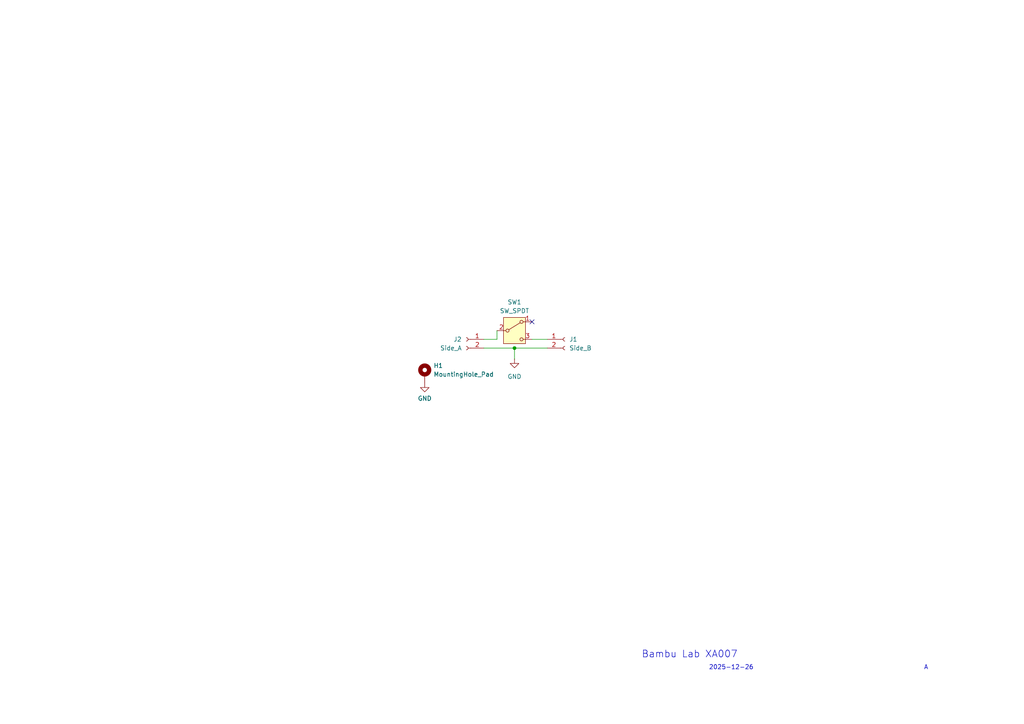
<source format=kicad_sch>
(kicad_sch (version 20250114) (generator "eeschema") (generator_version "9.0")
  (paper "A4")
  (lib_symbols
    (symbol "Connector:Conn_01x02_Socket" (pin_names (offset 1.016) (hide yes))
      (property "Reference" "J" (at 0 2.54 0))
      (property "Value" "Conn_01x02_Socket" (at 0 -5.08 0))
      (symbol "Conn_01x02_Socket_1_1"
        (polyline (pts (xy -1.27 0) (xy -0.508 0)) (stroke (width 0.1524)))
        (polyline (pts (xy -1.27 -2.54) (xy -0.508 -2.54)) (stroke (width 0.1524)))
        (arc (start 0 -0.508) (mid -0.5058 0) (end 0 0.508) (stroke (width 0.1524)))
        (arc (start 0 -3.048) (mid -0.5058 -2.54) (end 0 -2.032) (stroke (width 0.1524)))
        (pin passive line (at -5.08 0 0) (length 3.81) (name "Pin_1") (number "1"))
        (pin passive line (at -5.08 -2.54 0) (length 3.81) (name "Pin_2") (number "2"))
      )
    )
    (symbol "Mechanical:MountingHole_Pad" (pin_numbers (hide yes)) (pin_names (offset 1.016) (hide yes)) (in_bom no)
      (property "Reference" "H" (at 0 6.35 0))
      (property "Value" "MountingHole_Pad" (at 0 4.445 0))
      (symbol "MountingHole_Pad_0_1"
        (circle (center 0 1.27) (radius 1.27) (stroke (width 1.27)))
      )
      (symbol "MountingHole_Pad_1_1"
        (pin input line (at 0 -2.54 90) (length 2.54) (name "1") (number "1"))
      )
    )
    (symbol "Switch:SW_SPDT" (pin_names (offset 0) (hide yes))
      (property "Reference" "SW" (at 0 5.08 0))
      (property "Value" "SW_SPDT" (at 0 -5.08 0))
      (symbol "SW_SPDT_0_1"
        (circle (center -2.032 0) (radius 0.4572))
        (polyline (pts (xy -1.651 0.254) (xy 1.651 2.286)))
        (circle (center 2.032 2.54) (radius 0.4572))
        (circle (center 2.032 -2.54) (radius 0.4572))
      )
      (symbol "SW_SPDT_1_1"
        (rectangle (start -3.175 3.81) (end 3.175 -3.81) (fill (type background)))
        (pin passive line (at -5.08 0 0) (length 2.54) (name "B") (number "2"))
        (pin passive line (at 5.08 2.54 180) (length 2.54) (name "A") (number "1"))
        (pin passive line (at 5.08 -2.54 180) (length 2.54) (name "C") (number "3"))
      )
    )
    (symbol "power:GND" (power) (pin_numbers (hide yes)) (pin_names (offset 0) (hide yes))
      (property "Value" "GND" (at 0 -3.81 0))
      (symbol "GND_0_1"
        (polyline (pts (xy 0 0) (xy 0 -1.27) (xy 1.27 -1.27) (xy 0 -2.54) (xy -1.27 -1.27) (xy 0 -1.27)))
      )
      (symbol "GND_1_1"
        (pin power_in line (at 0 0 270) (length 0) (name "~") (number "1"))
      )
    )
  )
  (text "2025-12-26" (at 212.09 193.675 0) (effects (font (size 1.27 1.27))))
  (text "Bambu Lab XA007" (at 200.025 189.865 0) (effects (font (size 2 2))))
  (text "A" (at 268.605 193.675 0) (effects (font (size 1.27 1.27))))
  (junction (at 149.225 100.965))
  (no_connect (at 154.305 93.345))
  (wire (pts (xy 154.305 98.425) (xy 158.75 98.425)))
  (wire (pts (xy 140.335 98.425) (xy 144.145 98.425)))
  (wire (pts (xy 144.145 98.425) (xy 144.145 95.885)))
  (wire (pts (xy 140.335 100.965) (xy 149.225 100.965)))
  (wire (pts (xy 149.225 100.965) (xy 158.75 100.965)))
  (wire (pts (xy 149.225 100.965) (xy 149.225 104.14)))
  (symbol (lib_id "power:GND") (at 149.225 104.14 0) (unit 1)
    (property "Reference" "#PWR01" (effects (hide yes)))
    (property "Value" "GND" (at 149.225 109.22 0))
    (property "Description" "Power symbol creates a global label with name \"GND\" , ground" (effects (hide yes)))
  )
  (symbol (lib_id "Connector:Conn_01x02_Socket") (at 135.255 98.425 0) (mirror y) (unit 1)
    (property "Reference" "J2" (at 132.715 98.425 0))
    (property "Value" "Side_A" (at 130.81 100.965 0))
    (property "Footprint" "Connector_JST:JST_XH_S2B-XH-A_1x02_P2.50mm_Horizontal" (effects (hide yes)))
    (property "Description" "Generic connector, single row, 01x02, script generated" (effects (hide yes)))
  )
  (symbol (lib_id "power:GND") (at 123.19 111.125 0) (unit 1)
    (property "Reference" "#PWR02" (effects (hide yes)))
    (property "Value" "GND" (at 123.19 115.57 0))
    (property "Description" "Power symbol creates a global label with name \"GND\" , ground" (effects (hide yes)))
  )
  (symbol (lib_id "Connector:Conn_01x02_Socket") (at 163.83 98.425 0) (unit 1)
    (property "Reference" "J1" (at 165.1 98.4249 0) (effects (justify left)))
    (property "Value" "Side_B" (at 165.1 100.9649 0) (effects (justify left)))
    (property "Footprint" "Connector_JST:JST_XH_S2B-XH-A_1x02_P2.50mm_Horizontal" (effects (hide yes)))
    (property "Description" "Generic connector, single row, 01x02, script generated" (effects (hide yes)))
  )
  (symbol (lib_id "Switch:SW_SPDT") (at 149.225 95.885 0) (unit 1)
    (property "Reference" "SW1" (at 149.225 87.63 0))
    (property "Value" "SW_SPDT" (at 149.225 90.17 0))
    (property "Footprint" "ToggleSwitch:MICRO-SWITCH" (effects (hide yes)))
    (property "Description" "Switch, single pole double throw" (effects (hide yes)))
  )
  (symbol (lib_id "Mechanical:MountingHole_Pad") (at 123.19 108.585 0) (unit 1) (in_bom no)
    (property "Reference" "H1" (at 125.73 106.0449 0) (effects (justify left)))
    (property "Value" "MountingHole_Pad" (at 125.73 108.5849 0) (effects (justify left)))
    (property "Footprint" "MountingHole:MountingHole_2.5mm_Pad" (effects (hide yes)))
    (property "Description" "Mounting Hole with connection" (effects (hide yes)))
  )
)
</source>
